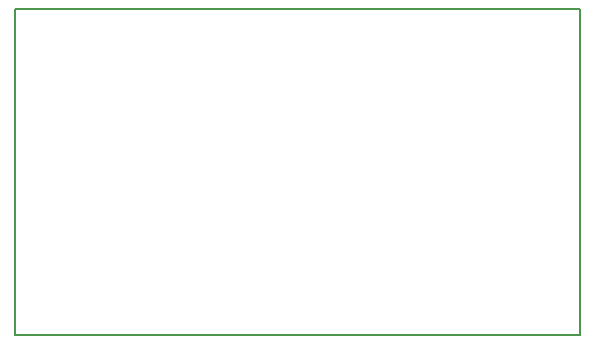
<source format=gko>
G04 (created by PCBNEW (2013-may-18)-stable) date Сб 10 янв 2015 17:31:14*
%MOIN*%
G04 Gerber Fmt 3.4, Leading zero omitted, Abs format*
%FSLAX34Y34*%
G01*
G70*
G90*
G04 APERTURE LIST*
%ADD10C,0.00590551*%
G04 APERTURE END LIST*
G54D10*
X0Y-10866D02*
X0Y0D01*
X18818Y-10866D02*
X0Y-10866D01*
X18818Y0D02*
X18818Y-10866D01*
X0Y0D02*
X18818Y0D01*
M02*

</source>
